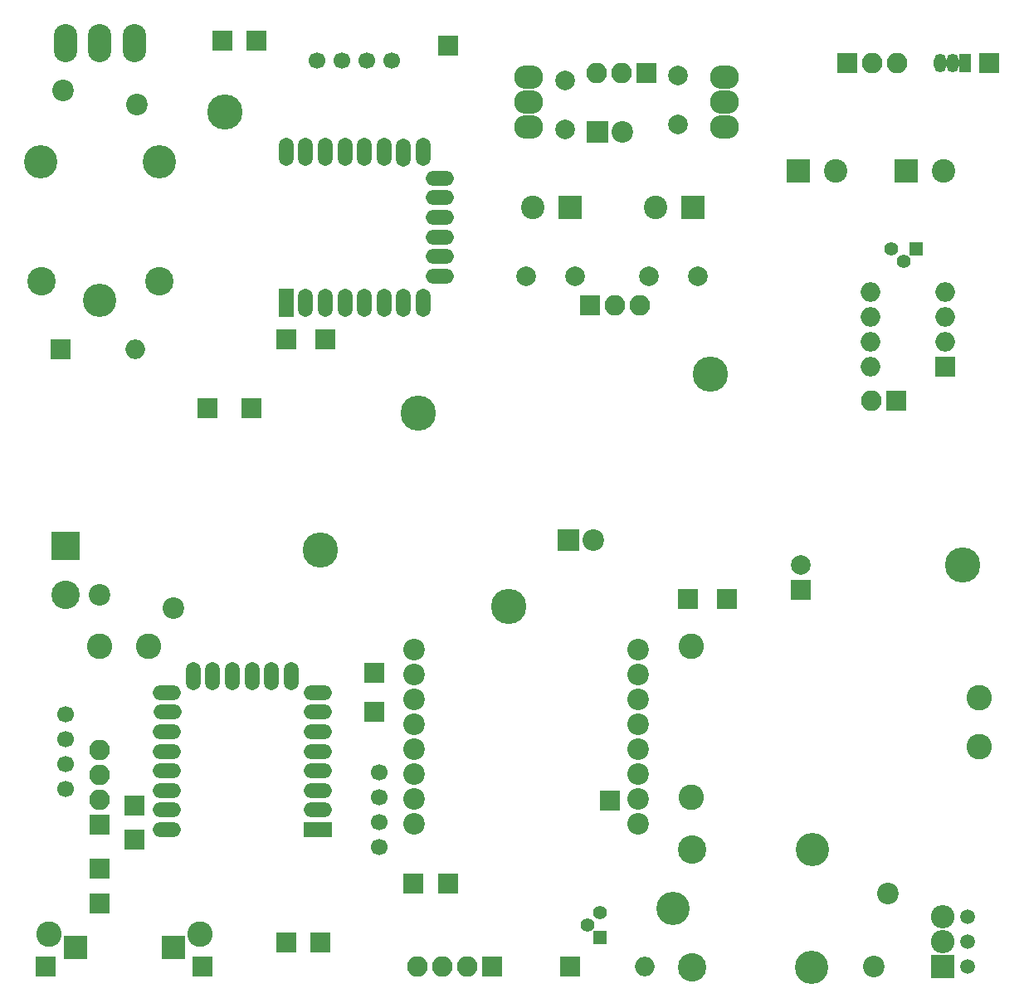
<source format=gbs>
G04 #@! TF.FileFunction,Soldermask,Bot*
%FSLAX46Y46*%
G04 Gerber Fmt 4.6, Leading zero omitted, Abs format (unit mm)*
G04 Created by KiCad (PCBNEW 4.0.7) date 03/03/18 20:57:52*
%MOMM*%
%LPD*%
G01*
G04 APERTURE LIST*
%ADD10C,0.100000*%
%ADD11C,3.600000*%
%ADD12R,1.500000X2.900000*%
%ADD13O,1.500000X2.900000*%
%ADD14O,2.900000X1.500000*%
%ADD15R,2.000000X2.000000*%
%ADD16C,2.000000*%
%ADD17R,2.400000X2.400000*%
%ADD18C,2.400000*%
%ADD19O,2.000000X2.000000*%
%ADD20R,2.200000X2.200000*%
%ADD21C,2.200000*%
%ADD22R,2.100000X2.100000*%
%ADD23O,2.100000X2.100000*%
%ADD24C,2.900000*%
%ADD25C,3.400000*%
%ADD26C,1.400000*%
%ADD27R,1.400000X1.400000*%
%ADD28C,1.700000*%
%ADD29C,2.600000*%
%ADD30R,2.900000X1.500000*%
%ADD31O,1.300000X1.900000*%
%ADD32R,1.300000X1.900000*%
%ADD33O,2.940000X2.432000*%
%ADD34R,2.398980X2.398980*%
%ADD35O,2.398980X2.398980*%
%ADD36C,1.500000*%
%ADD37O,2.398980X3.900120*%
%ADD38R,2.900000X2.900000*%
G04 APERTURE END LIST*
D10*
D11*
X149250000Y-160250000D03*
X120250000Y-109750000D03*
X140000000Y-140500000D03*
X169750000Y-136500000D03*
X195500000Y-156000000D03*
D12*
X126500000Y-129200000D03*
D13*
X128500000Y-129200000D03*
X130500000Y-129200000D03*
X132500000Y-129200000D03*
X134500000Y-129200000D03*
X136500000Y-129200000D03*
X138500000Y-129200000D03*
X140500000Y-129200000D03*
X140500000Y-113800000D03*
X138500000Y-113900000D03*
X136500000Y-113800000D03*
X134500000Y-113800000D03*
X132500000Y-113800000D03*
X130500000Y-113800000D03*
X128500000Y-113800000D03*
X126500000Y-113800000D03*
D14*
X142200000Y-126510000D03*
X142200000Y-124510000D03*
X142200000Y-122510000D03*
X142200000Y-120510000D03*
X142200000Y-118510000D03*
X142200000Y-116510000D03*
D15*
X179000000Y-158500000D03*
D16*
X179000000Y-156000000D03*
X168500000Y-126500000D03*
X163500000Y-126500000D03*
X156000000Y-126500000D03*
X151000000Y-126500000D03*
D17*
X168000000Y-119500000D03*
D18*
X164200000Y-119500000D03*
D17*
X155500000Y-119500000D03*
D18*
X151700000Y-119500000D03*
D16*
X166500000Y-106000000D03*
X166500000Y-111000000D03*
X155000000Y-106500000D03*
X155000000Y-111500000D03*
D17*
X178750000Y-115750000D03*
D18*
X182550000Y-115750000D03*
D17*
X189750000Y-115750000D03*
D18*
X193550000Y-115750000D03*
D15*
X155500000Y-197000000D03*
D19*
X163120000Y-197000000D03*
D20*
X155300000Y-153450000D03*
D21*
X157840000Y-153450000D03*
D20*
X158250000Y-111750000D03*
D21*
X160790000Y-111750000D03*
D22*
X147500000Y-197000000D03*
D23*
X144960000Y-197000000D03*
X142420000Y-197000000D03*
X139880000Y-197000000D03*
D22*
X157500000Y-129500000D03*
D23*
X160040000Y-129500000D03*
X162580000Y-129500000D03*
D22*
X188750000Y-139250000D03*
D23*
X186210000Y-139250000D03*
D22*
X107500000Y-182500000D03*
D23*
X107500000Y-179960000D03*
X107500000Y-177420000D03*
X107500000Y-174880000D03*
D22*
X163250000Y-105750000D03*
D23*
X160710000Y-105750000D03*
X158170000Y-105750000D03*
D22*
X183750000Y-104750000D03*
D23*
X186290000Y-104750000D03*
X188830000Y-104750000D03*
D24*
X113550000Y-127050000D03*
D25*
X113550000Y-114850000D03*
X101500000Y-114800000D03*
D24*
X101550000Y-127050000D03*
D25*
X107500000Y-129000000D03*
D24*
X167950000Y-197050000D03*
D25*
X180150000Y-197050000D03*
X180200000Y-185000000D03*
D24*
X167950000Y-185050000D03*
D25*
X166000000Y-191000000D03*
D26*
X157230000Y-192730000D03*
X158500000Y-191460000D03*
D27*
X158500000Y-194000000D03*
D26*
X189480000Y-125020000D03*
X188210000Y-123750000D03*
D27*
X190750000Y-123750000D03*
D28*
X137310000Y-104500000D03*
X134770000Y-104500000D03*
X132230000Y-104500000D03*
X129690000Y-104500000D03*
X136000000Y-177190000D03*
X136000000Y-179730000D03*
X136000000Y-182270000D03*
X136000000Y-184810000D03*
X104000000Y-171190000D03*
X104000000Y-173730000D03*
X104000000Y-176270000D03*
X104000000Y-178810000D03*
D21*
X162430000Y-164610000D03*
X139570000Y-164610000D03*
X162430000Y-167150000D03*
X139570000Y-167150000D03*
X162430000Y-169690000D03*
X139570000Y-169690000D03*
X162430000Y-172230000D03*
X139570000Y-172230000D03*
X162430000Y-174770000D03*
X139570000Y-174770000D03*
X162430000Y-177310000D03*
X139570000Y-177310000D03*
X162430000Y-179850000D03*
X139570000Y-179850000D03*
X162430000Y-182390000D03*
X139570000Y-182390000D03*
D29*
X197200000Y-174500000D03*
X197200000Y-169500000D03*
X167800000Y-179700000D03*
X167800000Y-164300000D03*
D15*
X193750000Y-135750000D03*
D19*
X186130000Y-128130000D03*
X193750000Y-133210000D03*
X186130000Y-130670000D03*
X193750000Y-130670000D03*
X186130000Y-133210000D03*
X193750000Y-128130000D03*
X186130000Y-135750000D03*
D30*
X129700000Y-183000000D03*
D14*
X129700000Y-181000000D03*
X129700000Y-179000000D03*
X129700000Y-177000000D03*
X129700000Y-175000000D03*
X129700000Y-173000000D03*
X129700000Y-171000000D03*
X129700000Y-169000000D03*
X114300000Y-169000000D03*
X114400000Y-171000000D03*
X114300000Y-173000000D03*
X114300000Y-175000000D03*
X114300000Y-177000000D03*
X114300000Y-179000000D03*
X114300000Y-181000000D03*
X114300000Y-183000000D03*
D13*
X127010000Y-167300000D03*
X125010000Y-167300000D03*
X123010000Y-167300000D03*
X121010000Y-167300000D03*
X119010000Y-167300000D03*
X117010000Y-167300000D03*
D31*
X194480000Y-104750000D03*
X193210000Y-104750000D03*
D32*
X195750000Y-104750000D03*
D33*
X171250000Y-108750000D03*
X171250000Y-106210000D03*
X171250000Y-111290000D03*
X151250000Y-108750000D03*
X151250000Y-106210000D03*
X151250000Y-111290000D03*
D34*
X115001260Y-195000000D03*
X104998740Y-195000000D03*
D22*
X118000000Y-197000000D03*
X123000000Y-140000000D03*
D29*
X107500000Y-164300000D03*
X112500000Y-164300000D03*
X102300000Y-193700000D03*
X117700000Y-193700000D03*
D22*
X118500000Y-140000000D03*
X102000000Y-197000000D03*
X143000000Y-103000000D03*
X130500000Y-133000000D03*
X167500000Y-159500000D03*
X135500000Y-167000000D03*
X171500000Y-159500000D03*
X135500000Y-171000000D03*
X159500000Y-180000000D03*
X130000000Y-194500000D03*
X126500000Y-194500000D03*
X107500000Y-187000000D03*
X198250000Y-104750000D03*
X107500000Y-190500000D03*
X143000000Y-188500000D03*
X111000000Y-180500000D03*
X139500000Y-188500000D03*
X111000000Y-184000000D03*
D35*
X193500000Y-191920000D03*
D34*
X193500000Y-197000000D03*
D35*
X193500000Y-194460000D03*
D36*
X196040000Y-197000000D03*
X196040000Y-194460000D03*
X196040000Y-191920000D03*
D15*
X103500000Y-134000000D03*
D19*
X111120000Y-134000000D03*
D22*
X126500000Y-133000000D03*
X123500000Y-102500000D03*
X120000000Y-102500000D03*
D11*
X130000000Y-154500000D03*
D37*
X107500000Y-102750000D03*
X111000120Y-102750000D03*
X103999880Y-102750000D03*
D21*
X186500000Y-197000000D03*
X187900000Y-189500000D03*
X107500000Y-159000000D03*
X115000000Y-160400000D03*
X111250000Y-109000000D03*
X103750000Y-107600000D03*
D38*
X104000000Y-154000000D03*
D24*
X104000000Y-159000000D03*
M02*

</source>
